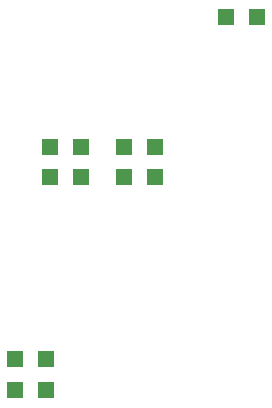
<source format=gtp>
%FSLAX24Y24*%
%MOIN*%
G70*
G01*
G75*
G04 Layer_Color=8421504*
%ADD10R,0.0550X0.0520*%
%ADD11C,0.0100*%
%ADD12C,0.0787*%
%ADD13C,0.0680*%
%ADD14R,0.0591X0.0591*%
%ADD15C,0.0591*%
%ADD16C,0.0650*%
%ADD17R,0.0600X0.0600*%
%ADD18C,0.0600*%
%ADD19R,0.0550X0.0550*%
%ADD20C,0.0800*%
%ADD21R,0.0800X0.0800*%
%ADD22R,0.0600X0.0600*%
%ADD23R,0.0650X0.0650*%
%ADD24R,0.0550X0.0550*%
%ADD25R,0.0650X0.0650*%
%ADD26C,0.0500*%
%ADD27R,0.0500X0.0500*%
%ADD28R,0.0450X0.0450*%
%ADD29R,0.0500X0.0500*%
%ADD30C,0.0080*%
%ADD31C,0.0079*%
%ADD32C,0.0060*%
D10*
X43680Y36450D02*
D03*
X44720D02*
D03*
X40270Y31120D02*
D03*
X41310D02*
D03*
X40270Y32120D02*
D03*
X41310D02*
D03*
X38840Y31130D02*
D03*
X37800D02*
D03*
Y32130D02*
D03*
X38840D02*
D03*
X36630Y24000D02*
D03*
X37670D02*
D03*
X36630Y25050D02*
D03*
X37670D02*
D03*
M02*

</source>
